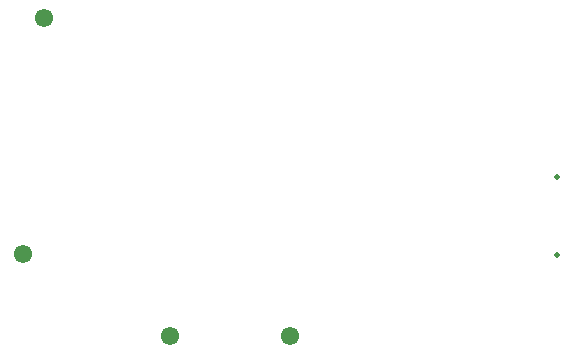
<source format=gbr>
%TF.GenerationSoftware,KiCad,Pcbnew,(6.0.7)*%
%TF.CreationDate,2022-10-31T13:10:42+02:00*%
%TF.ProjectId,DeltaX_SAGA,44656c74-6158-45f5-9341-47412e6b6963,rev?*%
%TF.SameCoordinates,Original*%
%TF.FileFunction,NonPlated,1,4,NPTH,Drill*%
%TF.FilePolarity,Positive*%
%FSLAX46Y46*%
G04 Gerber Fmt 4.6, Leading zero omitted, Abs format (unit mm)*
G04 Created by KiCad (PCBNEW (6.0.7)) date 2022-10-31 13:10:42*
%MOMM*%
%LPD*%
G01*
G04 APERTURE LIST*
%TA.AperFunction,ComponentDrill*%
%ADD10C,0.500000*%
%TD*%
%TA.AperFunction,ComponentDrill*%
%ADD11C,1.550000*%
%TD*%
G04 APERTURE END LIST*
D10*
%TO.C,J1*%
X166874400Y-118068200D03*
X166874400Y-124668200D03*
D11*
%TO.C,J8*%
X121643700Y-124606900D03*
%TO.C,J6*%
X123450300Y-104601700D03*
%TO.C,J9*%
X134136800Y-131575600D03*
%TO.C,J10*%
X144230500Y-131546900D03*
M02*

</source>
